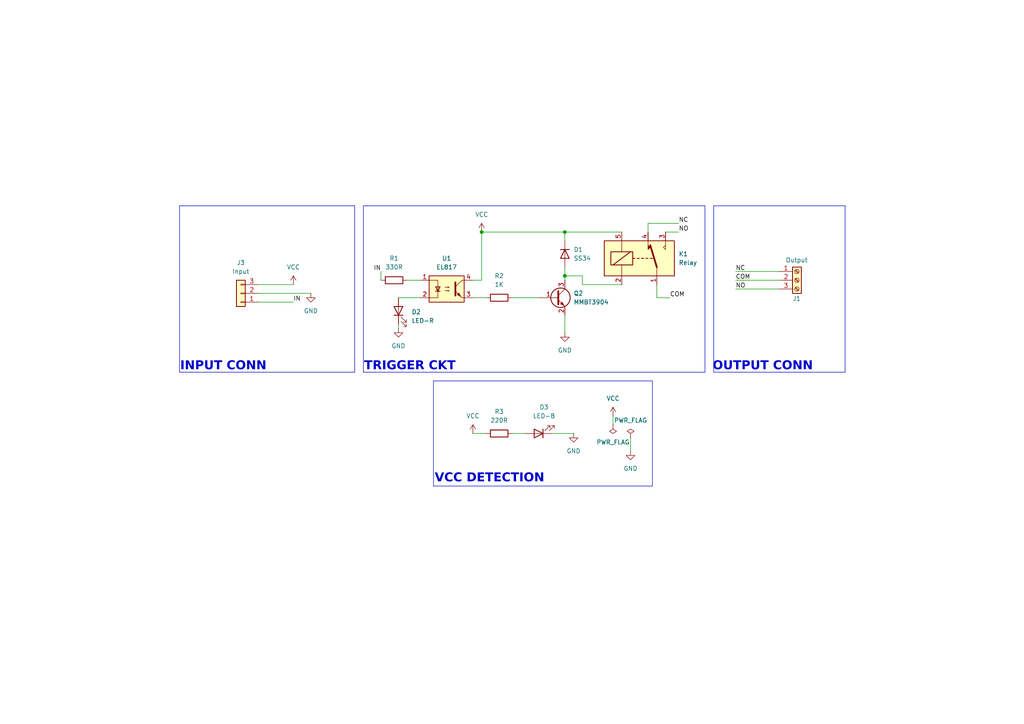
<source format=kicad_sch>
(kicad_sch (version 20250114) (generator "eeschema") (generator_version "9.0")
  (paper "A4")
  (title_block (title "PCBCUPID-RELAY-1CH") (date "2024-10-23") (rev "V1") (company "PCBCUPID") (comment 1 "REVIEW : SRINIVASAN M") (comment 2 "AUTHOR : KARTHICK R"))
  (lib_symbols
    (symbol "Connector:Screw_Terminal_01x03" (pin_names (offset 1.016) (hide yes))
      (property "Reference" "J" (at 0 5.08 0))
      (property "Value" "Screw_Terminal_01x03" (at 0 -5.08 0))
      (symbol "Screw_Terminal_01x03_1_1"
        (rectangle (start -1.27 3.81) (end 1.27 -3.81) (stroke (width 0.254)) (fill (type background)))
        (polyline (pts (xy -0.5334 2.8702) (xy 0.3302 2.032)) (stroke (width 0.1524)))
        (polyline (pts (xy -0.5334 0.3302) (xy 0.3302 -0.508)) (stroke (width 0.1524)))
        (polyline (pts (xy -0.5334 -2.2098) (xy 0.3302 -3.048)) (stroke (width 0.1524)))
        (polyline (pts (xy -0.3556 3.048) (xy 0.508 2.2098)) (stroke (width 0.1524)))
        (polyline (pts (xy -0.3556 0.508) (xy 0.508 -0.3302)) (stroke (width 0.1524)))
        (polyline (pts (xy -0.3556 -2.032) (xy 0.508 -2.8702)) (stroke (width 0.1524)))
        (circle (center 0 2.54) (radius 0.635) (stroke (width 0.1524)))
        (circle (center 0 0) (radius 0.635) (stroke (width 0.1524)))
        (circle (center 0 -2.54) (radius 0.635) (stroke (width 0.1524)))
        (pin passive line (at -5.08 2.54 0) (length 3.81) (name "Pin_1") (number "1"))
        (pin passive line (at -5.08 0 0) (length 3.81) (name "Pin_2") (number "2"))
        (pin passive line (at -5.08 -2.54 0) (length 3.81) (name "Pin_3") (number "3"))
      )
    )
    (symbol "Connector_Generic:Conn_01x03" (pin_names (offset 1.016) (hide yes))
      (property "Reference" "J" (at 0 5.08 0))
      (property "Value" "Conn_01x03" (at 0 -5.08 0))
      (symbol "Conn_01x03_1_1"
        (rectangle (start -1.27 3.81) (end 1.27 -3.81) (stroke (width 0.254)) (fill (type background)))
        (rectangle (start -1.27 2.667) (end 0 2.413) (stroke (width 0.1524)))
        (rectangle (start -1.27 0.127) (end 0 -0.127) (stroke (width 0.1524)))
        (rectangle (start -1.27 -2.413) (end 0 -2.667) (stroke (width 0.1524)))
        (pin passive line (at -5.08 2.54 0) (length 3.81) (name "Pin_1") (number "1"))
        (pin passive line (at -5.08 0 0) (length 3.81) (name "Pin_2") (number "2"))
        (pin passive line (at -5.08 -2.54 0) (length 3.81) (name "Pin_3") (number "3"))
      )
    )
    (symbol "Device:D" (pin_numbers (hide yes)) (pin_names (offset 1.016) (hide yes))
      (property "Reference" "D" (at 0 2.54 0))
      (property "Value" "D" (at 0 -2.54 0))
      (symbol "D_0_1"
        (polyline (pts (xy -1.27 1.27) (xy -1.27 -1.27)) (stroke (width 0.254)))
        (polyline (pts (xy 1.27 1.27) (xy 1.27 -1.27) (xy -1.27 0) (xy 1.27 1.27)) (stroke (width 0.254)))
        (polyline (pts (xy 1.27 0) (xy -1.27 0)))
      )
      (symbol "D_1_1"
        (pin passive line (at -3.81 0 0) (length 2.54) (name "K") (number "1"))
        (pin passive line (at 3.81 0 180) (length 2.54) (name "A") (number "2"))
      )
    )
    (symbol "Device:LED" (pin_numbers (hide yes)) (pin_names (offset 1.016) (hide yes))
      (property "Reference" "D" (at 0 2.54 0))
      (property "Value" "LED" (at 0 -2.54 0))
      (symbol "LED_0_1"
        (polyline (pts (xy -3.048 -0.762) (xy -4.572 -2.286) (xy -3.81 -2.286) (xy -4.572 -2.286) (xy -4.572 -1.524)))
        (polyline (pts (xy -1.778 -0.762) (xy -3.302 -2.286) (xy -2.54 -2.286) (xy -3.302 -2.286) (xy -3.302 -1.524)))
        (polyline (pts (xy -1.27 0) (xy 1.27 0)))
        (polyline (pts (xy -1.27 -1.27) (xy -1.27 1.27)) (stroke (width 0.254)))
        (polyline (pts (xy 1.27 -1.27) (xy 1.27 1.27) (xy -1.27 0) (xy 1.27 -1.27)) (stroke (width 0.254)))
      )
      (symbol "LED_1_1"
        (pin passive line (at -3.81 0 0) (length 2.54) (name "K") (number "1"))
        (pin passive line (at 3.81 0 180) (length 2.54) (name "A") (number "2"))
      )
    )
    (symbol "Device:R" (pin_numbers (hide yes)) (pin_names (offset 0))
      (property "Reference" "R" (at 2.032 0 90))
      (property "Value" "R" (at 0 0 90))
      (symbol "R_0_1"
        (rectangle (start -1.016 -2.54) (end 1.016 2.54) (stroke (width 0.254)))
      )
      (symbol "R_1_1"
        (pin passive line (at 0 3.81 270) (length 1.27) (name "~") (number "1"))
        (pin passive line (at 0 -3.81 90) (length 1.27) (name "~") (number "2"))
      )
    )
    (symbol "Isolator:EL817" (pin_names (offset 1.016))
      (property "Reference" "U" (at -5.08 5.08 0))
      (property "Value" "EL817" (at 0 5.08 0))
      (symbol "EL817_0_1"
        (rectangle (start -5.08 3.81) (end 5.08 -3.81) (stroke (width 0.254)) (fill (type background)))
        (polyline (pts (xy -5.08 2.54) (xy -2.54 2.54) (xy -2.54 -0.635)))
        (polyline (pts (xy -3.175 -0.635) (xy -1.905 -0.635)) (stroke (width 0.254)))
        (polyline (pts (xy -2.54 -0.635) (xy -2.54 -2.54) (xy -5.08 -2.54)))
        (polyline (pts (xy -2.54 -0.635) (xy -3.175 0.635) (xy -1.905 0.635) (xy -2.54 -0.635)) (stroke (width 0.254)))
        (polyline (pts (xy -0.508 0.508) (xy 0.762 0.508) (xy 0.381 0.381) (xy 0.381 0.635) (xy 0.762 0.508)))
        (polyline (pts (xy -0.508 -0.508) (xy 0.762 -0.508) (xy 0.381 -0.635) (xy 0.381 -0.381) (xy 0.762 -0.508)))
        (polyline (pts (xy 2.54 1.905) (xy 2.54 -1.905) (xy 2.54 -1.905)) (stroke (width 0.508)))
        (polyline (pts (xy 2.54 0.635) (xy 4.445 2.54)))
        (polyline (pts (xy 3.048 -1.651) (xy 3.556 -1.143) (xy 4.064 -2.159) (xy 3.048 -1.651) (xy 3.048 -1.651)) (fill (type outline)))
        (polyline (pts (xy 4.445 2.54) (xy 5.08 2.54)))
        (polyline (pts (xy 4.445 -2.54) (xy 2.54 -0.635)) (fill (type outline)))
        (polyline (pts (xy 4.445 -2.54) (xy 5.08 -2.54)))
      )
      (symbol "EL817_1_1"
        (pin passive line (at -7.62 2.54 0) (length 2.54) (name "~") (number "1"))
        (pin passive line (at -7.62 -2.54 0) (length 2.54) (name "~") (number "2"))
        (pin passive line (at 7.62 2.54 180) (length 2.54) (name "~") (number "4"))
        (pin passive line (at 7.62 -2.54 180) (length 2.54) (name "~") (number "3"))
      )
    )
    (symbol "Relay:G5LE-1"
      (property "Reference" "K" (at 11.43 3.81 0))
      (property "Value" "G5LE-1" (at 11.43 1.27 0))
      (symbol "G5LE-1_0_0"
        (polyline (pts (xy 7.62 5.08) (xy 7.62 2.54) (xy 6.985 3.175) (xy 7.62 3.81)))
      )
      (symbol "G5LE-1_0_1"
        (rectangle (start -10.16 5.08) (end 10.16 -5.08) (stroke (width 0.254)) (fill (type background)))
        (rectangle (start -8.255 1.905) (end -1.905 -1.905) (stroke (width 0.254)))
        (polyline (pts (xy -7.62 -1.905) (xy -2.54 1.905)) (stroke (width 0.254)))
        (polyline (pts (xy -5.08 5.08) (xy -5.08 1.905)))
        (polyline (pts (xy -5.08 -5.08) (xy -5.08 -1.905)))
        (polyline (pts (xy -1.905 0) (xy -1.27 0)) (stroke (width 0.254)))
        (polyline (pts (xy -0.635 0) (xy 0 0)) (stroke (width 0.254)))
        (polyline (pts (xy 0.635 0) (xy 1.27 0)) (stroke (width 0.254)))
        (polyline (pts (xy 1.905 0) (xy 2.54 0)) (stroke (width 0.254)))
        (polyline (pts (xy 2.54 5.08) (xy 2.54 2.54) (xy 3.175 3.175) (xy 2.54 3.81)) (fill (type outline)))
        (polyline (pts (xy 3.175 0) (xy 3.81 0)) (stroke (width 0.254)))
        (polyline (pts (xy 5.08 -2.54) (xy 3.175 3.81)) (stroke (width 0.508)))
        (polyline (pts (xy 5.08 -2.54) (xy 5.08 -5.08)))
      )
      (symbol "G5LE-1_1_1"
        (pin passive line (at -5.08 7.62 270) (length 2.54) (name "~") (number "5"))
        (pin passive line (at -5.08 -7.62 90) (length 2.54) (name "~") (number "2"))
        (pin passive line (at 2.54 7.62 270) (length 2.54) (name "~") (number "4"))
        (pin passive line (at 5.08 -7.62 90) (length 2.54) (name "~") (number "1"))
        (pin passive line (at 7.62 7.62 270) (length 2.54) (name "~") (number "3"))
      )
    )
    (symbol "Transistor_BJT:MMBT3904" (pin_names (offset 0) (hide yes))
      (property "Reference" "Q" (at 5.08 1.905 0))
      (property "Value" "MMBT3904" (at 5.08 0 0))
      (symbol "MMBT3904_0_1"
        (polyline (pts (xy 0.635 1.905) (xy 0.635 -1.905) (xy 0.635 -1.905)) (stroke (width 0.508)))
        (polyline (pts (xy 0.635 0.635) (xy 2.54 2.54)))
        (polyline (pts (xy 0.635 -0.635) (xy 2.54 -2.54) (xy 2.54 -2.54)))
        (circle (center 1.27 0) (radius 2.8194) (stroke (width 0.254)))
        (polyline (pts (xy 1.27 -1.778) (xy 1.778 -1.27) (xy 2.286 -2.286) (xy 1.27 -1.778) (xy 1.27 -1.778)) (fill (type outline)))
      )
      (symbol "MMBT3904_1_1"
        (pin input line (at -5.08 0 0) (length 5.715) (name "B") (number "1"))
        (pin passive line (at 2.54 5.08 270) (length 2.54) (name "C") (number "3"))
        (pin passive line (at 2.54 -5.08 90) (length 2.54) (name "E") (number "2"))
      )
    )
    (symbol "power:GND" (power) (pin_numbers (hide yes)) (pin_names (offset 0) (hide yes))
      (property "Value" "GND" (at 0 -3.81 0))
      (symbol "GND_0_1"
        (polyline (pts (xy 0 0) (xy 0 -1.27) (xy 1.27 -1.27) (xy 0 -2.54) (xy -1.27 -1.27) (xy 0 -1.27)))
      )
      (symbol "GND_1_1"
        (pin power_in line (at 0 0 270) (length 0) (name "~") (number "1"))
      )
    )
    (symbol "power:PWR_FLAG" (power) (pin_numbers (hide yes)) (pin_names (offset 0) (hide yes))
      (property "Value" "PWR_FLAG" (at 0 3.81 0))
      (symbol "PWR_FLAG_0_0"
        (pin power_out line (at 0 0 90) (length 0) (name "~") (number "1"))
      )
      (symbol "PWR_FLAG_0_1"
        (polyline (pts (xy 0 0) (xy 0 1.27) (xy -1.016 1.905) (xy 0 2.54) (xy 1.016 1.905) (xy 0 1.27)))
      )
    )
    (symbol "power:VCC" (power) (pin_numbers (hide yes)) (pin_names (offset 0) (hide yes))
      (property "Value" "VCC" (at 0 3.556 0))
      (symbol "VCC_0_1"
        (polyline (pts (xy -0.762 1.27) (xy 0 2.54)))
        (polyline (pts (xy 0 2.54) (xy 0.762 1.27)))
        (polyline (pts (xy 0 0) (xy 0 2.54)))
      )
      (symbol "VCC_1_1"
        (pin power_in line (at 0 0 90) (length 0) (name "~") (number "1"))
      )
    )
  )
  (text "INPUT CONN" (at 64.77 106.934 0) (effects (font (size 2.54 2.54) (thickness 0.254) (bold yes))))
  (text "VCC DETECTION\n" (at 141.986 139.446 0) (effects (font (size 2.54 2.54) (thickness 0.254) (bold yes))))
  (text "OUTPUT CONN" (at 221.234 106.934 0) (effects (font (size 2.54 2.54) (thickness 0.254) (bold yes))))
  (text "TRIGGER CKT" (at 118.872 106.934 0) (effects (font (size 2.54 2.54) (thickness 0.254) (bold yes))))
  (junction (at 163.83 80.01))
  (junction (at 163.83 67.31))
  (junction (at 139.7 67.31))
  (wire (pts (xy 148.59 125.73) (xy 152.4 125.73)))
  (wire (pts (xy 213.36 83.82) (xy 226.06 83.82)))
  (wire (pts (xy 74.93 82.55) (xy 85.09 82.55)))
  (wire (pts (xy 163.83 67.31) (xy 163.83 69.85)))
  (wire (pts (xy 137.16 86.36) (xy 140.97 86.36)))
  (polyline (pts (xy 125.73 110.49) (xy 189.23 110.49)))
  (polyline (pts (xy 245.11 59.69) (xy 245.11 107.95)))
  (wire (pts (xy 180.34 82.55) (xy 168.91 82.55)))
  (wire (pts (xy 118.11 81.28) (xy 121.92 81.28)))
  (polyline (pts (xy 105.41 106.68) (xy 105.41 107.95)))
  (wire (pts (xy 148.59 86.36) (xy 156.21 86.36)))
  (wire (pts (xy 190.5 86.36) (xy 194.31 86.36)))
  (wire (pts (xy 139.7 67.31) (xy 139.7 81.28)))
  (wire (pts (xy 74.93 85.09) (xy 90.17 85.09)))
  (polyline (pts (xy 52.07 59.69) (xy 102.87 59.69)))
  (wire (pts (xy 187.96 64.77) (xy 196.85 64.77)))
  (wire (pts (xy 115.57 93.98) (xy 115.57 95.25)))
  (wire (pts (xy 193.04 67.31) (xy 196.85 67.31)))
  (polyline (pts (xy 52.07 59.69) (xy 52.07 107.95)))
  (wire (pts (xy 163.83 67.31) (xy 180.34 67.31)))
  (polyline (pts (xy 207.01 107.95) (xy 207.01 59.69)))
  (polyline (pts (xy 105.41 59.69) (xy 204.47 59.69)))
  (wire (pts (xy 74.93 87.63) (xy 85.09 87.63)))
  (wire (pts (xy 163.83 80.01) (xy 163.83 81.28)))
  (polyline (pts (xy 189.23 110.49) (xy 189.23 140.97)))
  (polyline (pts (xy 204.47 59.69) (xy 204.47 107.95)))
  (wire (pts (xy 190.5 82.55) (xy 190.5 86.36)))
  (wire (pts (xy 182.88 127) (xy 182.88 130.81)))
  (wire (pts (xy 177.8 120.65) (xy 177.8 123.19)))
  (wire (pts (xy 110.49 81.28) (xy 110.49 78.74)))
  (polyline (pts (xy 125.73 110.49) (xy 125.73 140.97)))
  (wire (pts (xy 168.91 82.55) (xy 168.91 80.01)))
  (polyline (pts (xy 204.47 107.95) (xy 105.41 107.95)))
  (polyline (pts (xy 105.41 106.68) (xy 105.41 59.69)))
  (wire (pts (xy 163.83 77.47) (xy 163.83 80.01)))
  (wire (pts (xy 137.16 125.73) (xy 140.97 125.73)))
  (wire (pts (xy 213.36 81.28) (xy 226.06 81.28)))
  (wire (pts (xy 115.57 86.36) (xy 121.92 86.36)))
  (polyline (pts (xy 52.07 107.95) (xy 102.87 107.95)))
  (wire (pts (xy 187.96 67.31) (xy 187.96 64.77)))
  (wire (pts (xy 137.16 81.28) (xy 139.7 81.28)))
  (wire (pts (xy 168.91 80.01) (xy 163.83 80.01)))
  (wire (pts (xy 160.02 125.73) (xy 166.37 125.73)))
  (polyline (pts (xy 207.01 59.69) (xy 245.11 59.69)))
  (polyline (pts (xy 102.87 107.95) (xy 102.87 59.69)))
  (wire (pts (xy 139.7 67.31) (xy 163.83 67.31)))
  (polyline (pts (xy 189.23 140.97) (xy 125.73 140.97)))
  (wire (pts (xy 163.83 91.44) (xy 163.83 96.52)))
  (polyline (pts (xy 207.01 107.95) (xy 245.11 107.95)))
  (wire (pts (xy 213.36 78.74) (xy 226.06 78.74)))
  (label "NC" (at 196.85 64.77 0))
  (label "IN" (at 110.49 78.74 180))
  (label "IN" (at 85.09 87.63 0))
  (label "COM" (at 194.31 86.36 0))
  (label "NO" (at 213.36 83.82 0))
  (label "NC" (at 213.36 78.74 0))
  (label "NO" (at 196.85 67.31 0))
  (label "COM" (at 213.36 81.28 0))
  (symbol (lib_id "power:GND") (at 182.88 130.81 0) (unit 1)
    (property "Reference" "#PWR09" (effects (hide yes)))
    (property "Value" "GND" (at 182.88 135.89 0))
    (property "Description" "Power symbol creates a global label with name \"GND\" , ground" (effects (hide yes)))
  )
  (symbol (lib_id "Relay:G5LE-1") (at 185.42 74.93 0) (unit 1)
    (property "Reference" "K1" (at 196.85 73.6599 0) (effects (justify left)))
    (property "Value" "Relay" (at 196.85 76.1999 0) (effects (justify left)))
    (property "Footprint" "Relay_THT:Relay_SPDT_Omron-G5LE-1" (effects (hide yes)))
    (property "Datasheet" "http://www.omron.com/ecb/products/pdf/en-g5le.pdf" (effects (hide yes)))
    (property "Description" "Omron G5LE relay, Miniature Single Pole, SPDT, 10A" (effects (hide yes)))
  )
  (symbol (lib_id "power:PWR_FLAG") (at 182.88 127 0) (unit 1)
    (property "Reference" "#FLG02" (effects (hide yes)))
    (property "Value" "PWR_FLAG" (at 182.88 121.92 0))
    (property "Description" "Special symbol for telling ERC where power comes from" (effects (hide yes)))
  )
  (symbol (lib_id "power:GND") (at 90.17 85.09 0) (unit 1)
    (property "Reference" "#PWR05" (effects (hide yes)))
    (property "Value" "GND" (at 90.17 90.17 0))
    (property "Description" "Power symbol creates a global label with name \"GND\" , ground" (effects (hide yes)))
  )
  (symbol (lib_id "Isolator:EL817") (at 129.54 83.82 0) (unit 1)
    (property "Reference" "U1" (at 129.54 74.93 0))
    (property "Value" "EL817" (at 129.54 77.47 0))
    (property "Footprint" "Package_DIP:DIP-4_W7.62mm" (effects (hide yes)))
    (property "Datasheet" "http://www.everlight.com/file/ProductFile/EL817.pdf" (effects (hide yes)))
    (property "Description" "DC Optocoupler, Vce 35V, DIP-4" (effects (hide yes)))
    (property "MP" "EL817" (effects (hide yes)))
  )
  (symbol (lib_id "Device:R") (at 114.3 81.28 90) (unit 1)
    (property "Reference" "R1" (at 114.3 74.93 90))
    (property "Value" "330R" (at 114.3 77.47 90))
    (property "Footprint" "Resistor_SMD:R_0603_1608Metric" (effects (hide yes)))
    (property "Description" "Resistor" (effects (hide yes)))
    (property "MP" "RC0603FR-7W330RL" (effects (hide yes)))
  )
  (symbol (lib_id "Device:R") (at 144.78 86.36 90) (unit 1)
    (property "Reference" "R2" (at 144.78 80.01 90))
    (property "Value" "1K" (at 144.78 82.55 90))
    (property "Footprint" "Resistor_SMD:R_0603_1608Metric" (effects (hide yes)))
    (property "Description" "Resistor" (effects (hide yes)))
    (property "MP" "RC0603FR-071KL" (effects (hide yes)))
  )
  (symbol (lib_id "Transistor_BJT:MMBT3904") (at 161.29 86.36 0) (unit 1)
    (property "Reference" "Q2" (at 166.37 85.0899 0) (effects (justify left)))
    (property "Value" "MMBT3904" (at 166.37 87.6299 0) (effects (justify left)))
    (property "Footprint" "Package_TO_SOT_SMD:SOT-23" (effects (hide yes)))
    (property "Datasheet" "https://www.onsemi.com/pdf/datasheet/pzt3904-d.pdf" (effects (hide yes)))
    (property "Description" "0.2A Ic, 40V Vce, Small Signal NPN Transistor, SOT-23" (effects (hide yes)))
    (property "MP" "MMBT3904" (effects (hide yes)))
  )
  (symbol (lib_id "Device:LED") (at 115.57 90.17 90) (unit 1)
    (property "Reference" "D2" (at 119.38 90.4874 90) (effects (justify right)))
    (property "Value" "LED-R" (at 119.38 93.0274 90) (effects (justify right)))
    (property "Footprint" "LED_SMD:LED_0603_1608Metric" (effects (hide yes)))
    (property "Description" "Light emitting diode" (effects (hide yes)))
    (property "MP" "A-SP194B1C-C01-4T" (effects (hide yes)))
  )
  (symbol (lib_id "Device:D") (at 163.83 73.66 270) (unit 1)
    (property "Reference" "D1" (at 166.37 72.3899 90) (effects (justify left)))
    (property "Value" "SS34" (at 166.37 74.9299 90) (effects (justify left)))
    (property "Footprint" "Diode_SMD:D_SMA" (effects (hide yes)))
    (property "Description" "Diode" (effects (hide yes)))
    (property "Sim.Device" "D" (effects (hide yes)))
    (property "Sim.Pins" "1=K 2=A" (effects (hide yes)))
    (property "MP" "SS34LH" (effects (hide yes)))
  )
  (symbol (lib_id "power:VCC") (at 137.16 125.73 0) (unit 1)
    (property "Reference" "#PWR02" (effects (hide yes)))
    (property "Value" "VCC" (at 137.16 120.65 0))
    (property "Description" "Power symbol creates a global label with name \"VCC\"" (effects (hide yes)))
  )
  (symbol (lib_id "power:VCC") (at 177.8 120.65 0) (unit 1)
    (property "Reference" "#PWR04" (effects (hide yes)))
    (property "Value" "VCC" (at 177.8 115.57 0))
    (property "Description" "Power symbol creates a global label with name \"VCC\"" (effects (hide yes)))
  )
  (symbol (lib_id "power:VCC") (at 85.09 82.55 0) (unit 1)
    (property "Reference" "#PWR01" (effects (hide yes)))
    (property "Value" "VCC" (at 85.09 77.47 0))
    (property "Description" "Power symbol creates a global label with name \"VCC\"" (effects (hide yes)))
  )
  (symbol (lib_id "Connector_Generic:Conn_01x03") (at 69.85 85.09 180) (unit 1)
    (property "Reference" "J3" (at 69.85 76.2 0))
    (property "Value" "Input" (at 69.85 78.74 0))
    (property "Footprint" "Connector_PinHeader_2.54mm:PinHeader_1x03_P2.54mm_Vertical" (effects (hide yes)))
    (property "Description" "Generic connector, single row, 01x03, script generated (kicad-library-utils/schlib/autogen/connector/)" (effects (hide yes)))
  )
  (symbol (lib_id "power:PWR_FLAG") (at 177.8 123.19 180) (unit 1)
    (property "Reference" "#FLG01" (effects (hide yes)))
    (property "Value" "PWR_FLAG" (at 177.8 128.27 0))
    (property "Description" "Special symbol for telling ERC where power comes from" (effects (hide yes)))
  )
  (symbol (lib_id "Device:R") (at 144.78 125.73 270) (unit 1)
    (property "Reference" "R3" (at 144.78 119.38 90))
    (property "Value" "220R" (at 144.78 121.92 90))
    (property "Footprint" "Resistor_SMD:R_0603_1608Metric" (effects (hide yes)))
    (property "Description" "Resistor" (effects (hide yes)))
    (property "MP" "RC0603FR-7W220RL" (effects (hide yes)))
  )
  (symbol (lib_id "Connector:Screw_Terminal_01x03") (at 231.14 81.28 0) (unit 1)
    (property "Reference" "J1" (at 229.87 86.614 0) (effects (justify left)))
    (property "Value" "Output" (at 227.838 75.438 0) (effects (justify left)))
    (property "Footprint" "TerminalBlock:TerminalBlock_bornier-3_P5.08mm" (effects (hide yes)))
    (property "Description" "Generic screw terminal, single row, 01x03, script generated (kicad-library-utils/schlib/autogen/connector/)" (effects (hide yes)))
    (property "MP" "WJ500V-5.08-3P" (effects (hide yes)))
  )
  (symbol (lib_id "power:GND") (at 166.37 125.73 0) (unit 1)
    (property "Reference" "#PWR08" (effects (hide yes)))
    (property "Value" "GND" (at 166.37 130.81 0))
    (property "Description" "Power symbol creates a global label with name \"GND\" , ground" (effects (hide yes)))
  )
  (symbol (lib_id "power:VCC") (at 139.7 67.31 0) (unit 1)
    (property "Reference" "#PWR03" (effects (hide yes)))
    (property "Value" "VCC" (at 139.7 62.23 0))
    (property "Description" "Power symbol creates a global label with name \"VCC\"" (effects (hide yes)))
  )
  (symbol (lib_id "power:GND") (at 115.57 95.25 0) (unit 1)
    (property "Reference" "#PWR06" (effects (hide yes)))
    (property "Value" "GND" (at 115.57 100.33 0))
    (property "Description" "Power symbol creates a global label with name \"GND\" , ground" (effects (hide yes)))
  )
  (symbol (lib_id "power:GND") (at 163.83 96.52 0) (unit 1)
    (property "Reference" "#PWR07" (effects (hide yes)))
    (property "Value" "GND" (at 163.83 101.6 0))
    (property "Description" "Power symbol creates a global label with name \"GND\" , ground" (effects (hide yes)))
  )
  (symbol (lib_id "Device:LED") (at 156.21 125.73 180) (unit 1)
    (property "Reference" "D3" (at 157.7975 118.11 0))
    (property "Value" "LED-B" (at 157.7975 120.65 0))
    (property "Footprint" "LED_SMD:LED_0603_1608Metric" (effects (hide yes)))
    (property "Description" "Light emitting diode" (effects (hide yes)))
    (property "MP" "A-SP194B1C-C01-4T" (effects (hide yes)))
  )
)
</source>
